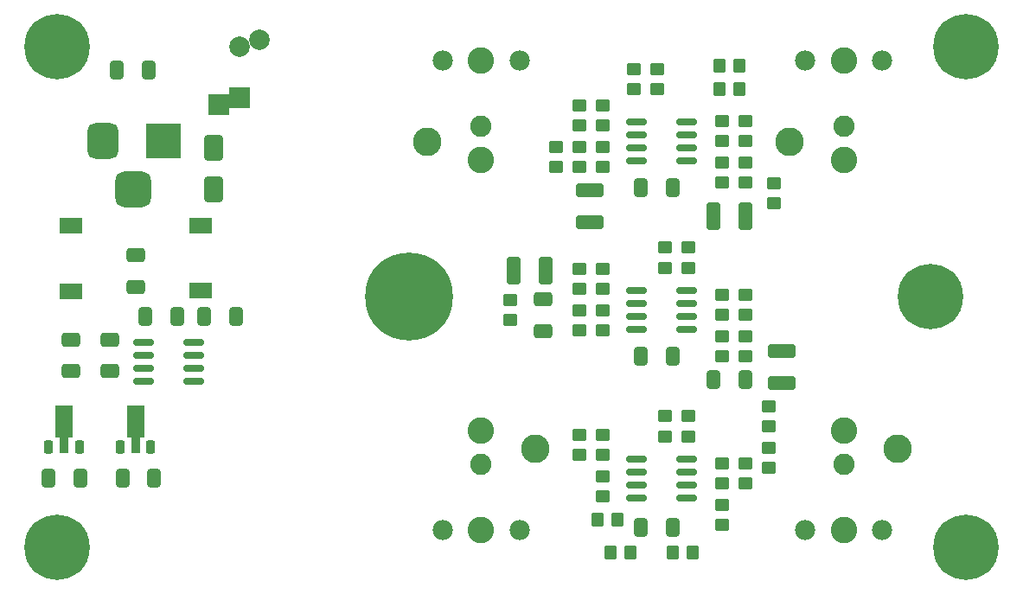
<source format=gts>
G04 #@! TF.GenerationSoftware,KiCad,Pcbnew,8.0.3-8.0.3-0~ubuntu22.04.1*
G04 #@! TF.CreationDate,2024-07-07T23:08:19+03:00*
G04 #@! TF.ProjectId,riaa-preamp,72696161-2d70-4726-9561-6d702e6b6963,rev?*
G04 #@! TF.SameCoordinates,Original*
G04 #@! TF.FileFunction,Soldermask,Top*
G04 #@! TF.FilePolarity,Negative*
%FSLAX46Y46*%
G04 Gerber Fmt 4.6, Leading zero omitted, Abs format (unit mm)*
G04 Created by KiCad (PCBNEW 8.0.3-8.0.3-0~ubuntu22.04.1) date 2024-07-07 23:08:19*
%MOMM*%
%LPD*%
G01*
G04 APERTURE LIST*
G04 Aperture macros list*
%AMRoundRect*
0 Rectangle with rounded corners*
0 $1 Rounding radius*
0 $2 $3 $4 $5 $6 $7 $8 $9 X,Y pos of 4 corners*
0 Add a 4 corners polygon primitive as box body*
4,1,4,$2,$3,$4,$5,$6,$7,$8,$9,$2,$3,0*
0 Add four circle primitives for the rounded corners*
1,1,$1+$1,$2,$3*
1,1,$1+$1,$4,$5*
1,1,$1+$1,$6,$7*
1,1,$1+$1,$8,$9*
0 Add four rect primitives between the rounded corners*
20,1,$1+$1,$2,$3,$4,$5,0*
20,1,$1+$1,$4,$5,$6,$7,0*
20,1,$1+$1,$6,$7,$8,$9,0*
20,1,$1+$1,$8,$9,$2,$3,0*%
%AMFreePoly0*
4,1,9,3.862500,-0.866500,0.737500,-0.866500,0.737500,-0.450000,-0.737500,-0.450000,-0.737500,0.450000,0.737500,0.450000,0.737500,0.866500,3.862500,0.866500,3.862500,-0.866500,3.862500,-0.866500,$1*%
G04 Aperture macros list end*
%ADD10C,1.981200*%
%ADD11C,2.082800*%
%ADD12C,2.590800*%
%ADD13C,2.794000*%
%ADD14RoundRect,0.250000X0.450000X-0.350000X0.450000X0.350000X-0.450000X0.350000X-0.450000X-0.350000X0*%
%ADD15C,0.800000*%
%ADD16C,6.400000*%
%ADD17RoundRect,0.250000X0.350000X0.450000X-0.350000X0.450000X-0.350000X-0.450000X0.350000X-0.450000X0*%
%ADD18RoundRect,0.150000X-0.825000X-0.150000X0.825000X-0.150000X0.825000X0.150000X-0.825000X0.150000X0*%
%ADD19RoundRect,0.225000X0.225000X-0.425000X0.225000X0.425000X-0.225000X0.425000X-0.225000X-0.425000X0*%
%ADD20FreePoly0,90.000000*%
%ADD21RoundRect,0.250000X0.412500X1.100000X-0.412500X1.100000X-0.412500X-1.100000X0.412500X-1.100000X0*%
%ADD22RoundRect,0.250000X0.412500X0.650000X-0.412500X0.650000X-0.412500X-0.650000X0.412500X-0.650000X0*%
%ADD23RoundRect,0.250000X-0.450000X0.350000X-0.450000X-0.350000X0.450000X-0.350000X0.450000X0.350000X0*%
%ADD24R,3.500000X3.500000*%
%ADD25RoundRect,0.750000X-0.750000X-1.000000X0.750000X-1.000000X0.750000X1.000000X-0.750000X1.000000X0*%
%ADD26RoundRect,0.875000X-0.875000X-0.875000X0.875000X-0.875000X0.875000X0.875000X-0.875000X0.875000X0*%
%ADD27RoundRect,0.250000X-0.350000X-0.450000X0.350000X-0.450000X0.350000X0.450000X-0.350000X0.450000X0*%
%ADD28R,2.200000X1.500000*%
%ADD29RoundRect,0.250000X0.650000X-0.412500X0.650000X0.412500X-0.650000X0.412500X-0.650000X-0.412500X0*%
%ADD30RoundRect,0.250000X-0.650000X0.412500X-0.650000X-0.412500X0.650000X-0.412500X0.650000X0.412500X0*%
%ADD31RoundRect,0.250000X-1.100000X0.412500X-1.100000X-0.412500X1.100000X-0.412500X1.100000X0.412500X0*%
%ADD32RoundRect,0.250000X-0.412500X-0.650000X0.412500X-0.650000X0.412500X0.650000X-0.412500X0.650000X0*%
%ADD33RoundRect,0.250000X-0.650000X1.000000X-0.650000X-1.000000X0.650000X-1.000000X0.650000X1.000000X0*%
%ADD34R,2.000000X2.000000*%
%ADD35C,2.000000*%
%ADD36C,0.900000*%
%ADD37C,8.600000*%
G04 APERTURE END LIST*
D10*
X184271200Y-104809800D03*
X176778200Y-104809800D03*
D11*
X180524700Y-111312200D03*
D12*
X180524700Y-104809800D03*
X180524700Y-114614200D03*
D13*
X175216100Y-112810800D03*
D14*
X170860000Y-129762000D03*
X170860000Y-127762000D03*
X170860000Y-146272000D03*
X170860000Y-144272000D03*
D15*
X186621000Y-128000000D03*
X187323944Y-126302944D03*
X187323944Y-129697056D03*
X189021000Y-125600000D03*
D16*
X189021000Y-128000000D03*
D15*
X189021000Y-130400000D03*
X190718056Y-126302944D03*
X190718056Y-129697056D03*
X191421000Y-128000000D03*
D14*
X156890000Y-115284000D03*
X156890000Y-113284000D03*
D17*
X170336000Y-107680000D03*
X168336000Y-107680000D03*
D14*
X162986000Y-125174000D03*
X162986000Y-123174000D03*
D18*
X160195000Y-127365000D03*
X160195000Y-128635000D03*
X160195000Y-129905000D03*
X160195000Y-131175000D03*
X165145000Y-131175000D03*
X165145000Y-129905000D03*
X165145000Y-128635000D03*
X165145000Y-127365000D03*
D14*
X165272000Y-125174000D03*
X165272000Y-123174000D03*
X170860000Y-112744000D03*
X170860000Y-110744000D03*
X154604000Y-127222000D03*
X154604000Y-125222000D03*
D19*
X109670000Y-142650000D03*
D20*
X111170000Y-142562500D03*
D19*
X112670000Y-142650000D03*
D15*
X190100000Y-103500000D03*
X190802944Y-101802944D03*
X190802944Y-105197056D03*
X192500000Y-101100000D03*
D16*
X192500000Y-103500000D03*
D15*
X192500000Y-105900000D03*
X194197056Y-101802944D03*
X194197056Y-105197056D03*
X194900000Y-103500000D03*
D21*
X170898500Y-120126000D03*
X167773500Y-120126000D03*
D22*
X163786500Y-133842000D03*
X160661500Y-133842000D03*
D23*
X159938000Y-105664000D03*
X159938000Y-107664000D03*
D24*
X113950000Y-112760000D03*
D25*
X107950000Y-112760000D03*
D26*
X110950000Y-117460000D03*
D27*
X157668000Y-153019000D03*
X159668000Y-153019000D03*
D21*
X151340500Y-125460000D03*
X148215500Y-125460000D03*
D22*
X163786500Y-150606000D03*
X160661500Y-150606000D03*
D28*
X117520000Y-120990000D03*
X117520000Y-127390000D03*
D29*
X108630000Y-135277500D03*
X108630000Y-132152500D03*
D23*
X156890000Y-125222000D03*
X156890000Y-127222000D03*
D30*
X111170000Y-123897500D03*
X111170000Y-127022500D03*
D31*
X174416000Y-133295500D03*
X174416000Y-136420500D03*
D22*
X163786500Y-117332000D03*
X160661500Y-117332000D03*
D14*
X168574000Y-133842000D03*
X168574000Y-131842000D03*
D28*
X104820000Y-121015000D03*
X104820000Y-127415000D03*
D14*
X156890000Y-131302000D03*
X156890000Y-129302000D03*
X154604000Y-111220000D03*
X154604000Y-109220000D03*
D22*
X115272500Y-129905000D03*
X112147500Y-129905000D03*
D15*
X101100000Y-152500000D03*
X101802944Y-150802944D03*
X101802944Y-154197056D03*
X103500000Y-150100000D03*
D16*
X103500000Y-152500000D03*
D15*
X103500000Y-154900000D03*
X105197056Y-150802944D03*
X105197056Y-154197056D03*
X105900000Y-152500000D03*
D23*
X168574000Y-144272000D03*
X168574000Y-146272000D03*
D32*
X102622500Y-145780000D03*
X105747500Y-145780000D03*
D33*
X118790000Y-113427000D03*
X118790000Y-117427000D03*
D10*
X176778200Y-150860000D03*
X184271200Y-150860000D03*
D11*
X180524700Y-144357600D03*
D12*
X180524700Y-150860000D03*
X180524700Y-141055600D03*
D13*
X185833300Y-142859000D03*
D18*
X111935000Y-132445000D03*
X111935000Y-133715000D03*
X111935000Y-134985000D03*
X111935000Y-136255000D03*
X116885000Y-136255000D03*
X116885000Y-134985000D03*
X116885000Y-133715000D03*
X116885000Y-132445000D03*
D27*
X156398000Y-149844000D03*
X158398000Y-149844000D03*
D17*
X170336000Y-105394000D03*
X168336000Y-105394000D03*
D22*
X170898500Y-136128000D03*
X167773500Y-136128000D03*
D34*
X119330000Y-109183821D03*
X121330000Y-108511677D03*
D35*
X121330000Y-103511677D03*
X123330000Y-102839533D03*
D29*
X104820000Y-135277500D03*
X104820000Y-132152500D03*
D17*
X165764000Y-153019000D03*
X163764000Y-153019000D03*
D14*
X147873000Y-130270000D03*
X147873000Y-128270000D03*
D23*
X168574000Y-110744000D03*
X168574000Y-112744000D03*
D14*
X156890000Y-147558000D03*
X156890000Y-145558000D03*
X173654000Y-118840000D03*
X173654000Y-116840000D03*
D15*
X190100000Y-152500000D03*
X190802944Y-150802944D03*
X190802944Y-154197056D03*
X192500000Y-150100000D03*
D16*
X192500000Y-152500000D03*
D15*
X192500000Y-154900000D03*
X194197056Y-150802944D03*
X194197056Y-154197056D03*
X194900000Y-152500000D03*
D31*
X155620000Y-117547500D03*
X155620000Y-120672500D03*
D14*
X170860000Y-116808000D03*
X170860000Y-114808000D03*
X154604000Y-143478000D03*
X154604000Y-141478000D03*
X168574000Y-116808000D03*
X168574000Y-114808000D03*
D10*
X148774700Y-104809800D03*
X141281700Y-104809800D03*
D11*
X145028200Y-111312200D03*
D12*
X145028200Y-104809800D03*
X145028200Y-114614200D03*
D13*
X139719600Y-112810800D03*
D23*
X162224000Y-105664000D03*
X162224000Y-107664000D03*
D29*
X151048000Y-131340500D03*
X151048000Y-128215500D03*
D14*
X165272000Y-141684000D03*
X165272000Y-139684000D03*
X154604000Y-131286000D03*
X154604000Y-129286000D03*
D19*
X102685000Y-142650000D03*
D20*
X104185000Y-142562500D03*
D19*
X105685000Y-142650000D03*
D32*
X109900000Y-145780000D03*
X113025000Y-145780000D03*
D15*
X101100000Y-103500000D03*
X101802944Y-101802944D03*
X101802944Y-105197056D03*
X103500000Y-101100000D03*
D16*
X103500000Y-103500000D03*
D15*
X103500000Y-105900000D03*
X105197056Y-101802944D03*
X105197056Y-105197056D03*
X105900000Y-103500000D03*
D23*
X156890000Y-109220000D03*
X156890000Y-111220000D03*
D14*
X154604000Y-115284000D03*
X154604000Y-113284000D03*
X173146000Y-140684000D03*
X173146000Y-138684000D03*
X170860000Y-133826000D03*
X170860000Y-131826000D03*
D22*
X112440000Y-105775000D03*
X109315000Y-105775000D03*
D14*
X162986000Y-141684000D03*
X162986000Y-139684000D03*
D23*
X156890000Y-141478000D03*
X156890000Y-143478000D03*
D14*
X168574000Y-150336000D03*
X168574000Y-148336000D03*
D23*
X168574000Y-127762000D03*
X168574000Y-129762000D03*
D18*
X160195000Y-110855000D03*
X160195000Y-112125000D03*
X160195000Y-113395000D03*
X160195000Y-114665000D03*
X165145000Y-114665000D03*
X165145000Y-113395000D03*
X165145000Y-112125000D03*
X165145000Y-110855000D03*
D14*
X173146000Y-144764000D03*
X173146000Y-142764000D03*
D36*
X134742000Y-127953944D03*
X135686581Y-125673525D03*
X135686581Y-130234363D03*
X137967000Y-124728944D03*
D37*
X137967000Y-127953944D03*
D36*
X137967000Y-131178944D03*
X140247419Y-125673525D03*
X140247419Y-130234363D03*
X141192000Y-127953944D03*
D18*
X160195000Y-143875000D03*
X160195000Y-145145000D03*
X160195000Y-146415000D03*
X160195000Y-147685000D03*
X165145000Y-147685000D03*
X165145000Y-146415000D03*
X165145000Y-145145000D03*
X165145000Y-143875000D03*
D14*
X152318000Y-115284000D03*
X152318000Y-113284000D03*
D22*
X120987500Y-129905000D03*
X117862500Y-129905000D03*
D10*
X141281700Y-150860000D03*
X148774700Y-150860000D03*
D11*
X145028200Y-144357600D03*
D12*
X145028200Y-150860000D03*
X145028200Y-141055600D03*
D13*
X150336800Y-142859000D03*
M02*

</source>
